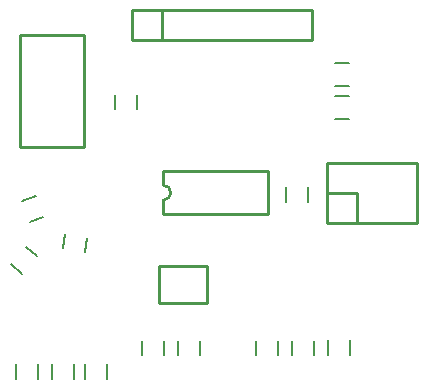
<source format=gbr>
G04 start of page 6 for group -4079 idx -4079 *
G04 Title: (unknown), topsilk *
G04 Creator: pcb 20140316 *
G04 CreationDate: Wed Mar 11 08:06:14 2015 UTC *
G04 For: frankenteddy *
G04 Format: Gerber/RS-274X *
G04 PCB-Dimensions (mil): 1889.76 1771.65 *
G04 PCB-Coordinate-Origin: lower left *
%MOIN*%
%FSLAX25Y25*%
%LNTOPSILK*%
%ADD33C,0.0100*%
%ADD32C,0.0080*%
G54D32*X100260Y48527D02*Y43803D01*
X107740Y48527D02*Y43803D01*
X62260Y48337D02*Y43613D01*
X69740Y48337D02*Y43613D01*
X20260Y40622D02*Y35898D01*
X27740Y40622D02*Y35898D01*
X32260Y40622D02*Y35898D01*
X39740Y40622D02*Y35898D01*
X43260Y40622D02*Y35898D01*
X50740Y40622D02*Y35898D01*
X74260Y48432D02*Y43708D01*
X81740Y48432D02*Y43708D01*
G54D33*X69500Y90665D02*X104500D01*
Y105065D02*Y90665D01*
X69500Y105065D02*X104500D01*
X69500Y95365D02*Y90665D01*
Y105065D02*Y100365D01*
Y95365D02*G75*G03X69500Y100365I0J2500D01*G01*
X21724Y150512D02*Y113110D01*
Y150512D02*X42984D01*
Y113110D01*
X21724D02*X42984D01*
G54D32*X53260Y130432D02*Y125708D01*
X60740Y130432D02*Y125708D01*
X25131Y88144D02*X29570Y89759D01*
X22572Y95173D02*X27012Y96788D01*
X43298Y78005D02*X44119Y82657D01*
X35932Y79304D02*X36753Y83956D01*
X18883Y73935D02*X22501Y70898D01*
X23691Y79665D02*X27310Y76628D01*
G54D33*X59000Y148665D02*X119000D01*
Y158665D02*Y148665D01*
X59000Y158665D02*X119000D01*
X59000D02*Y148665D01*
X69000Y158665D02*Y148665D01*
X59000Y158665D02*X69000D01*
G54D32*X110260Y99622D02*Y94898D01*
X117740Y99622D02*Y94898D01*
G54D33*X124000Y87665D02*X154000D01*
Y107665D02*Y87665D01*
X124000Y107665D02*X154000D01*
X124000D02*Y87665D01*
X134000Y97665D02*Y87665D01*
X124000Y97665D02*X134000D01*
X83969Y73299D02*Y61094D01*
X68220Y73299D02*X83969D01*
X68220D02*Y61094D01*
X83969D01*
G54D32*X124260Y48622D02*Y43898D01*
X131740Y48622D02*Y43898D01*
X126733Y140905D02*X131457D01*
X126733Y133425D02*X131457D01*
X126733Y129905D02*X131457D01*
X126733Y122425D02*X131457D01*
X112260Y48527D02*Y43803D01*
X119740Y48527D02*Y43803D01*
M02*

</source>
